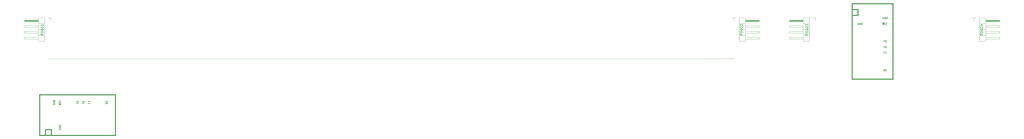
<source format=gbr>
G04 #@! TF.GenerationSoftware,KiCad,Pcbnew,(5.1.4)-1*
G04 #@! TF.CreationDate,2021-01-04T02:25:34-06:00*
G04 #@! TF.ProjectId,65Numpad,36354e75-6d70-4616-942e-6b696361645f,rev?*
G04 #@! TF.SameCoordinates,Original*
G04 #@! TF.FileFunction,Legend,Top*
G04 #@! TF.FilePolarity,Positive*
%FSLAX46Y46*%
G04 Gerber Fmt 4.6, Leading zero omitted, Abs format (unit mm)*
G04 Created by KiCad (PCBNEW (5.1.4)-1) date 2021-01-04 02:25:34*
%MOMM*%
%LPD*%
G04 APERTURE LIST*
%ADD10C,0.120000*%
%ADD11C,0.381000*%
%ADD12C,0.150000*%
G04 APERTURE END LIST*
D10*
X-1587500Y-72231250D02*
X297656250Y-72231250D01*
X330347500Y-54232500D02*
X330347500Y-64512500D01*
X330347500Y-64512500D02*
X327687500Y-64512500D01*
X327687500Y-64512500D02*
X327687500Y-54232500D01*
X327687500Y-54232500D02*
X330347500Y-54232500D01*
X327687500Y-55182500D02*
X321687500Y-55182500D01*
X321687500Y-55182500D02*
X321687500Y-55942500D01*
X321687500Y-55942500D02*
X327687500Y-55942500D01*
X327687500Y-55242500D02*
X321687500Y-55242500D01*
X327687500Y-55362500D02*
X321687500Y-55362500D01*
X327687500Y-55482500D02*
X321687500Y-55482500D01*
X327687500Y-55602500D02*
X321687500Y-55602500D01*
X327687500Y-55722500D02*
X321687500Y-55722500D01*
X327687500Y-55842500D02*
X321687500Y-55842500D01*
X330677500Y-55182500D02*
X330347500Y-55182500D01*
X330677500Y-55942500D02*
X330347500Y-55942500D01*
X330347500Y-56832500D02*
X327687500Y-56832500D01*
X327687500Y-57722500D02*
X321687500Y-57722500D01*
X321687500Y-57722500D02*
X321687500Y-58482500D01*
X321687500Y-58482500D02*
X327687500Y-58482500D01*
X330744571Y-57722500D02*
X330347500Y-57722500D01*
X330744571Y-58482500D02*
X330347500Y-58482500D01*
X330347500Y-59372500D02*
X327687500Y-59372500D01*
X327687500Y-60262500D02*
X321687500Y-60262500D01*
X321687500Y-60262500D02*
X321687500Y-61022500D01*
X321687500Y-61022500D02*
X327687500Y-61022500D01*
X330744571Y-60262500D02*
X330347500Y-60262500D01*
X330744571Y-61022500D02*
X330347500Y-61022500D01*
X330347500Y-61912500D02*
X327687500Y-61912500D01*
X327687500Y-62802500D02*
X321687500Y-62802500D01*
X321687500Y-62802500D02*
X321687500Y-63562500D01*
X321687500Y-63562500D02*
X327687500Y-63562500D01*
X330744571Y-62802500D02*
X330347500Y-62802500D01*
X330744571Y-63562500D02*
X330347500Y-63562500D01*
X333057500Y-55562500D02*
X333057500Y-54292500D01*
X333057500Y-54292500D02*
X331787500Y-54292500D01*
X-3027500Y-54232500D02*
X-3027500Y-64512500D01*
X-3027500Y-64512500D02*
X-5687500Y-64512500D01*
X-5687500Y-64512500D02*
X-5687500Y-54232500D01*
X-5687500Y-54232500D02*
X-3027500Y-54232500D01*
X-5687500Y-55182500D02*
X-11687500Y-55182500D01*
X-11687500Y-55182500D02*
X-11687500Y-55942500D01*
X-11687500Y-55942500D02*
X-5687500Y-55942500D01*
X-5687500Y-55242500D02*
X-11687500Y-55242500D01*
X-5687500Y-55362500D02*
X-11687500Y-55362500D01*
X-5687500Y-55482500D02*
X-11687500Y-55482500D01*
X-5687500Y-55602500D02*
X-11687500Y-55602500D01*
X-5687500Y-55722500D02*
X-11687500Y-55722500D01*
X-5687500Y-55842500D02*
X-11687500Y-55842500D01*
X-2697500Y-55182500D02*
X-3027500Y-55182500D01*
X-2697500Y-55942500D02*
X-3027500Y-55942500D01*
X-3027500Y-56832500D02*
X-5687500Y-56832500D01*
X-5687500Y-57722500D02*
X-11687500Y-57722500D01*
X-11687500Y-57722500D02*
X-11687500Y-58482500D01*
X-11687500Y-58482500D02*
X-5687500Y-58482500D01*
X-2630429Y-57722500D02*
X-3027500Y-57722500D01*
X-2630429Y-58482500D02*
X-3027500Y-58482500D01*
X-3027500Y-59372500D02*
X-5687500Y-59372500D01*
X-5687500Y-60262500D02*
X-11687500Y-60262500D01*
X-11687500Y-60262500D02*
X-11687500Y-61022500D01*
X-11687500Y-61022500D02*
X-5687500Y-61022500D01*
X-2630429Y-60262500D02*
X-3027500Y-60262500D01*
X-2630429Y-61022500D02*
X-3027500Y-61022500D01*
X-3027500Y-61912500D02*
X-5687500Y-61912500D01*
X-5687500Y-62802500D02*
X-11687500Y-62802500D01*
X-11687500Y-62802500D02*
X-11687500Y-63562500D01*
X-11687500Y-63562500D02*
X-5687500Y-63562500D01*
X-2630429Y-62802500D02*
X-3027500Y-62802500D01*
X-2630429Y-63562500D02*
X-3027500Y-63562500D01*
X-317500Y-55562500D02*
X-317500Y-54292500D01*
X-317500Y-54292500D02*
X-1587500Y-54292500D01*
X404665000Y-54232500D02*
X404665000Y-64512500D01*
X404665000Y-64512500D02*
X407325000Y-64512500D01*
X407325000Y-64512500D02*
X407325000Y-54232500D01*
X407325000Y-54232500D02*
X404665000Y-54232500D01*
X407325000Y-55182500D02*
X413325000Y-55182500D01*
X413325000Y-55182500D02*
X413325000Y-55942500D01*
X413325000Y-55942500D02*
X407325000Y-55942500D01*
X407325000Y-55242500D02*
X413325000Y-55242500D01*
X407325000Y-55362500D02*
X413325000Y-55362500D01*
X407325000Y-55482500D02*
X413325000Y-55482500D01*
X407325000Y-55602500D02*
X413325000Y-55602500D01*
X407325000Y-55722500D02*
X413325000Y-55722500D01*
X407325000Y-55842500D02*
X413325000Y-55842500D01*
X404335000Y-55182500D02*
X404665000Y-55182500D01*
X404335000Y-55942500D02*
X404665000Y-55942500D01*
X404665000Y-56832500D02*
X407325000Y-56832500D01*
X407325000Y-57722500D02*
X413325000Y-57722500D01*
X413325000Y-57722500D02*
X413325000Y-58482500D01*
X413325000Y-58482500D02*
X407325000Y-58482500D01*
X404267929Y-57722500D02*
X404665000Y-57722500D01*
X404267929Y-58482500D02*
X404665000Y-58482500D01*
X404665000Y-59372500D02*
X407325000Y-59372500D01*
X407325000Y-60262500D02*
X413325000Y-60262500D01*
X413325000Y-60262500D02*
X413325000Y-61022500D01*
X413325000Y-61022500D02*
X407325000Y-61022500D01*
X404267929Y-60262500D02*
X404665000Y-60262500D01*
X404267929Y-61022500D02*
X404665000Y-61022500D01*
X404665000Y-61912500D02*
X407325000Y-61912500D01*
X407325000Y-62802500D02*
X413325000Y-62802500D01*
X413325000Y-62802500D02*
X413325000Y-63562500D01*
X413325000Y-63562500D02*
X407325000Y-63562500D01*
X404267929Y-62802500D02*
X404665000Y-62802500D01*
X404267929Y-63562500D02*
X404665000Y-63562500D01*
X401955000Y-55562500D02*
X401955000Y-54292500D01*
X401955000Y-54292500D02*
X403225000Y-54292500D01*
D11*
X351631250Y-50641250D02*
X349091250Y-50641250D01*
X349091250Y-48101250D02*
X349091250Y-50641250D01*
X366871250Y-48101250D02*
X349091250Y-48101250D01*
X366871250Y-50641250D02*
X366871250Y-48101250D01*
D12*
G36*
X362912818Y-57120610D02*
G01*
X362912818Y-57320610D01*
X362812818Y-57320610D01*
X362812818Y-57120610D01*
X362912818Y-57120610D01*
G37*
X362912818Y-57120610D02*
X362912818Y-57320610D01*
X362812818Y-57320610D01*
X362812818Y-57120610D01*
X362912818Y-57120610D01*
G36*
X362512818Y-56520610D02*
G01*
X362512818Y-57320610D01*
X362412818Y-57320610D01*
X362412818Y-56520610D01*
X362512818Y-56520610D01*
G37*
X362512818Y-56520610D02*
X362512818Y-57320610D01*
X362412818Y-57320610D01*
X362412818Y-56520610D01*
X362512818Y-56520610D01*
G36*
X362912818Y-56520610D02*
G01*
X362912818Y-56620610D01*
X362412818Y-56620610D01*
X362412818Y-56520610D01*
X362912818Y-56520610D01*
G37*
X362912818Y-56520610D02*
X362912818Y-56620610D01*
X362412818Y-56620610D01*
X362412818Y-56520610D01*
X362912818Y-56520610D01*
G36*
X362712818Y-56920610D02*
G01*
X362712818Y-57020610D01*
X362612818Y-57020610D01*
X362612818Y-56920610D01*
X362712818Y-56920610D01*
G37*
X362712818Y-56920610D02*
X362712818Y-57020610D01*
X362612818Y-57020610D01*
X362612818Y-56920610D01*
X362712818Y-56920610D01*
G36*
X362912818Y-56520610D02*
G01*
X362912818Y-56820610D01*
X362812818Y-56820610D01*
X362812818Y-56520610D01*
X362912818Y-56520610D01*
G37*
X362912818Y-56520610D02*
X362912818Y-56820610D01*
X362812818Y-56820610D01*
X362812818Y-56520610D01*
X362912818Y-56520610D01*
D11*
X351631250Y-53181250D02*
X349091250Y-53181250D01*
X351631250Y-50641250D02*
X351631250Y-53181250D01*
X366871250Y-81121250D02*
X366871250Y-50641250D01*
X349091250Y-81121250D02*
X366871250Y-81121250D01*
X349091250Y-50641250D02*
X349091250Y-81121250D01*
X-2540000Y-103187500D02*
X-2540000Y-105727500D01*
X-5080000Y-105727500D02*
X-2540000Y-105727500D01*
X-5080000Y-87947500D02*
X-5080000Y-105727500D01*
X-2540000Y-87947500D02*
X-5080000Y-87947500D01*
D12*
G36*
X3939360Y-91905932D02*
G01*
X4139360Y-91905932D01*
X4139360Y-92005932D01*
X3939360Y-92005932D01*
X3939360Y-91905932D01*
G37*
X3939360Y-91905932D02*
X4139360Y-91905932D01*
X4139360Y-92005932D01*
X3939360Y-92005932D01*
X3939360Y-91905932D01*
G36*
X3339360Y-92305932D02*
G01*
X4139360Y-92305932D01*
X4139360Y-92405932D01*
X3339360Y-92405932D01*
X3339360Y-92305932D01*
G37*
X3339360Y-92305932D02*
X4139360Y-92305932D01*
X4139360Y-92405932D01*
X3339360Y-92405932D01*
X3339360Y-92305932D01*
G36*
X3339360Y-91905932D02*
G01*
X3439360Y-91905932D01*
X3439360Y-92405932D01*
X3339360Y-92405932D01*
X3339360Y-91905932D01*
G37*
X3339360Y-91905932D02*
X3439360Y-91905932D01*
X3439360Y-92405932D01*
X3339360Y-92405932D01*
X3339360Y-91905932D01*
G36*
X3739360Y-92105932D02*
G01*
X3839360Y-92105932D01*
X3839360Y-92205932D01*
X3739360Y-92205932D01*
X3739360Y-92105932D01*
G37*
X3739360Y-92105932D02*
X3839360Y-92105932D01*
X3839360Y-92205932D01*
X3739360Y-92205932D01*
X3739360Y-92105932D01*
G36*
X3339360Y-91905932D02*
G01*
X3639360Y-91905932D01*
X3639360Y-92005932D01*
X3339360Y-92005932D01*
X3339360Y-91905932D01*
G37*
X3339360Y-91905932D02*
X3639360Y-91905932D01*
X3639360Y-92005932D01*
X3339360Y-92005932D01*
X3339360Y-91905932D01*
D11*
X0Y-103187500D02*
X0Y-105727500D01*
X-2540000Y-103187500D02*
X0Y-103187500D01*
X27940000Y-87947500D02*
X-2540000Y-87947500D01*
X27940000Y-105727500D02*
X27940000Y-87947500D01*
X-2540000Y-105727500D02*
X27940000Y-105727500D01*
D10*
X299890000Y-54232500D02*
X299890000Y-64512500D01*
X299890000Y-64512500D02*
X302550000Y-64512500D01*
X302550000Y-64512500D02*
X302550000Y-54232500D01*
X302550000Y-54232500D02*
X299890000Y-54232500D01*
X302550000Y-55182500D02*
X308550000Y-55182500D01*
X308550000Y-55182500D02*
X308550000Y-55942500D01*
X308550000Y-55942500D02*
X302550000Y-55942500D01*
X302550000Y-55242500D02*
X308550000Y-55242500D01*
X302550000Y-55362500D02*
X308550000Y-55362500D01*
X302550000Y-55482500D02*
X308550000Y-55482500D01*
X302550000Y-55602500D02*
X308550000Y-55602500D01*
X302550000Y-55722500D02*
X308550000Y-55722500D01*
X302550000Y-55842500D02*
X308550000Y-55842500D01*
X299560000Y-55182500D02*
X299890000Y-55182500D01*
X299560000Y-55942500D02*
X299890000Y-55942500D01*
X299890000Y-56832500D02*
X302550000Y-56832500D01*
X302550000Y-57722500D02*
X308550000Y-57722500D01*
X308550000Y-57722500D02*
X308550000Y-58482500D01*
X308550000Y-58482500D02*
X302550000Y-58482500D01*
X299492929Y-57722500D02*
X299890000Y-57722500D01*
X299492929Y-58482500D02*
X299890000Y-58482500D01*
X299890000Y-59372500D02*
X302550000Y-59372500D01*
X302550000Y-60262500D02*
X308550000Y-60262500D01*
X308550000Y-60262500D02*
X308550000Y-61022500D01*
X308550000Y-61022500D02*
X302550000Y-61022500D01*
X299492929Y-60262500D02*
X299890000Y-60262500D01*
X299492929Y-61022500D02*
X299890000Y-61022500D01*
X299890000Y-61912500D02*
X302550000Y-61912500D01*
X302550000Y-62802500D02*
X308550000Y-62802500D01*
X308550000Y-62802500D02*
X308550000Y-63562500D01*
X308550000Y-63562500D02*
X302550000Y-63562500D01*
X299492929Y-62802500D02*
X299890000Y-62802500D01*
X299492929Y-63562500D02*
X299890000Y-63562500D01*
X297180000Y-55562500D02*
X297180000Y-54292500D01*
X297180000Y-54292500D02*
X298450000Y-54292500D01*
D12*
X329858630Y-61816964D02*
X328858630Y-61816964D01*
X328858630Y-61436011D01*
X328906250Y-61340773D01*
X328953869Y-61293154D01*
X329049107Y-61245535D01*
X329191964Y-61245535D01*
X329287202Y-61293154D01*
X329334821Y-61340773D01*
X329382440Y-61436011D01*
X329382440Y-61816964D01*
X328858630Y-60626488D02*
X328858630Y-60436011D01*
X328906250Y-60340773D01*
X329001488Y-60245535D01*
X329191964Y-60197916D01*
X329525297Y-60197916D01*
X329715773Y-60245535D01*
X329811011Y-60340773D01*
X329858630Y-60436011D01*
X329858630Y-60626488D01*
X329811011Y-60721726D01*
X329715773Y-60816964D01*
X329525297Y-60864583D01*
X329191964Y-60864583D01*
X329001488Y-60816964D01*
X328906250Y-60721726D01*
X328858630Y-60626488D01*
X328906250Y-59245535D02*
X328858630Y-59340773D01*
X328858630Y-59483630D01*
X328906250Y-59626488D01*
X329001488Y-59721726D01*
X329096726Y-59769345D01*
X329287202Y-59816964D01*
X329430059Y-59816964D01*
X329620535Y-59769345D01*
X329715773Y-59721726D01*
X329811011Y-59626488D01*
X329858630Y-59483630D01*
X329858630Y-59388392D01*
X329811011Y-59245535D01*
X329763392Y-59197916D01*
X329430059Y-59197916D01*
X329430059Y-59388392D01*
X328858630Y-58578869D02*
X328858630Y-58388392D01*
X328906250Y-58293154D01*
X329001488Y-58197916D01*
X329191964Y-58150297D01*
X329525297Y-58150297D01*
X329715773Y-58197916D01*
X329811011Y-58293154D01*
X329858630Y-58388392D01*
X329858630Y-58578869D01*
X329811011Y-58674107D01*
X329715773Y-58769345D01*
X329525297Y-58816964D01*
X329191964Y-58816964D01*
X329001488Y-58769345D01*
X328906250Y-58674107D01*
X328858630Y-58578869D01*
X328858630Y-57816964D02*
X328858630Y-57197916D01*
X329239583Y-57531250D01*
X329239583Y-57388392D01*
X329287202Y-57293154D01*
X329334821Y-57245535D01*
X329430059Y-57197916D01*
X329668154Y-57197916D01*
X329763392Y-57245535D01*
X329811011Y-57293154D01*
X329858630Y-57388392D01*
X329858630Y-57674107D01*
X329811011Y-57769345D01*
X329763392Y-57816964D01*
X-3516369Y-61816964D02*
X-4516369Y-61816964D01*
X-4516369Y-61436011D01*
X-4468750Y-61340773D01*
X-4421130Y-61293154D01*
X-4325892Y-61245535D01*
X-4183035Y-61245535D01*
X-4087797Y-61293154D01*
X-4040178Y-61340773D01*
X-3992559Y-61436011D01*
X-3992559Y-61816964D01*
X-4516369Y-60626488D02*
X-4516369Y-60436011D01*
X-4468750Y-60340773D01*
X-4373511Y-60245535D01*
X-4183035Y-60197916D01*
X-3849702Y-60197916D01*
X-3659226Y-60245535D01*
X-3563988Y-60340773D01*
X-3516369Y-60436011D01*
X-3516369Y-60626488D01*
X-3563988Y-60721726D01*
X-3659226Y-60816964D01*
X-3849702Y-60864583D01*
X-4183035Y-60864583D01*
X-4373511Y-60816964D01*
X-4468750Y-60721726D01*
X-4516369Y-60626488D01*
X-4468750Y-59245535D02*
X-4516369Y-59340773D01*
X-4516369Y-59483630D01*
X-4468750Y-59626488D01*
X-4373511Y-59721726D01*
X-4278273Y-59769345D01*
X-4087797Y-59816964D01*
X-3944940Y-59816964D01*
X-3754464Y-59769345D01*
X-3659226Y-59721726D01*
X-3563988Y-59626488D01*
X-3516369Y-59483630D01*
X-3516369Y-59388392D01*
X-3563988Y-59245535D01*
X-3611607Y-59197916D01*
X-3944940Y-59197916D01*
X-3944940Y-59388392D01*
X-4516369Y-58578869D02*
X-4516369Y-58388392D01*
X-4468750Y-58293154D01*
X-4373511Y-58197916D01*
X-4183035Y-58150297D01*
X-3849702Y-58150297D01*
X-3659226Y-58197916D01*
X-3563988Y-58293154D01*
X-3516369Y-58388392D01*
X-3516369Y-58578869D01*
X-3563988Y-58674107D01*
X-3659226Y-58769345D01*
X-3849702Y-58816964D01*
X-4183035Y-58816964D01*
X-4373511Y-58769345D01*
X-4468750Y-58674107D01*
X-4516369Y-58578869D01*
X-3516369Y-57197916D02*
X-3516369Y-57769345D01*
X-3516369Y-57483630D02*
X-4516369Y-57483630D01*
X-4373511Y-57578869D01*
X-4278273Y-57674107D01*
X-4230654Y-57769345D01*
X406058630Y-61816964D02*
X405058630Y-61816964D01*
X405058630Y-61436011D01*
X405106250Y-61340773D01*
X405153869Y-61293154D01*
X405249107Y-61245535D01*
X405391964Y-61245535D01*
X405487202Y-61293154D01*
X405534821Y-61340773D01*
X405582440Y-61436011D01*
X405582440Y-61816964D01*
X405058630Y-60626488D02*
X405058630Y-60436011D01*
X405106250Y-60340773D01*
X405201488Y-60245535D01*
X405391964Y-60197916D01*
X405725297Y-60197916D01*
X405915773Y-60245535D01*
X406011011Y-60340773D01*
X406058630Y-60436011D01*
X406058630Y-60626488D01*
X406011011Y-60721726D01*
X405915773Y-60816964D01*
X405725297Y-60864583D01*
X405391964Y-60864583D01*
X405201488Y-60816964D01*
X405106250Y-60721726D01*
X405058630Y-60626488D01*
X405106250Y-59245535D02*
X405058630Y-59340773D01*
X405058630Y-59483630D01*
X405106250Y-59626488D01*
X405201488Y-59721726D01*
X405296726Y-59769345D01*
X405487202Y-59816964D01*
X405630059Y-59816964D01*
X405820535Y-59769345D01*
X405915773Y-59721726D01*
X406011011Y-59626488D01*
X406058630Y-59483630D01*
X406058630Y-59388392D01*
X406011011Y-59245535D01*
X405963392Y-59197916D01*
X405630059Y-59197916D01*
X405630059Y-59388392D01*
X405058630Y-58578869D02*
X405058630Y-58388392D01*
X405106250Y-58293154D01*
X405201488Y-58197916D01*
X405391964Y-58150297D01*
X405725297Y-58150297D01*
X405915773Y-58197916D01*
X406011011Y-58293154D01*
X406058630Y-58388392D01*
X406058630Y-58578869D01*
X406011011Y-58674107D01*
X405915773Y-58769345D01*
X405725297Y-58816964D01*
X405391964Y-58816964D01*
X405201488Y-58769345D01*
X405106250Y-58674107D01*
X405058630Y-58578869D01*
X405391964Y-57293154D02*
X406058630Y-57293154D01*
X405011011Y-57531250D02*
X405725297Y-57769345D01*
X405725297Y-57150297D01*
X363181036Y-57285059D02*
X363295322Y-57323154D01*
X363485798Y-57323154D01*
X363561989Y-57285059D01*
X363600084Y-57246964D01*
X363638179Y-57170773D01*
X363638179Y-57094583D01*
X363600084Y-57018392D01*
X363561989Y-56980297D01*
X363485798Y-56942202D01*
X363333417Y-56904107D01*
X363257227Y-56866011D01*
X363219131Y-56827916D01*
X363181036Y-56751726D01*
X363181036Y-56675535D01*
X363219131Y-56599345D01*
X363257227Y-56561250D01*
X363333417Y-56523154D01*
X363523893Y-56523154D01*
X363638179Y-56561250D01*
X363866750Y-56523154D02*
X364323893Y-56523154D01*
X364095322Y-57323154D02*
X364095322Y-56523154D01*
X351910726Y-56591250D02*
X351834535Y-56553154D01*
X351720250Y-56553154D01*
X351605964Y-56591250D01*
X351529773Y-56667440D01*
X351491678Y-56743630D01*
X351453583Y-56896011D01*
X351453583Y-57010297D01*
X351491678Y-57162678D01*
X351529773Y-57238869D01*
X351605964Y-57315059D01*
X351720250Y-57353154D01*
X351796440Y-57353154D01*
X351910726Y-57315059D01*
X351948821Y-57276964D01*
X351948821Y-57010297D01*
X351796440Y-57010297D01*
X352291678Y-57353154D02*
X352291678Y-56553154D01*
X352748821Y-57353154D01*
X352748821Y-56553154D01*
X353129773Y-57353154D02*
X353129773Y-56553154D01*
X353320250Y-56553154D01*
X353434535Y-56591250D01*
X353510726Y-56667440D01*
X353548821Y-56743630D01*
X353586916Y-56896011D01*
X353586916Y-57010297D01*
X353548821Y-57162678D01*
X353510726Y-57238869D01*
X353434535Y-57315059D01*
X353320250Y-57353154D01*
X353129773Y-57353154D01*
X363118440Y-77254107D02*
X363232726Y-77292202D01*
X363270821Y-77330297D01*
X363308916Y-77406488D01*
X363308916Y-77520773D01*
X363270821Y-77596964D01*
X363232726Y-77635059D01*
X363156535Y-77673154D01*
X362851773Y-77673154D01*
X362851773Y-76873154D01*
X363118440Y-76873154D01*
X363194630Y-76911250D01*
X363232726Y-76949345D01*
X363270821Y-77025535D01*
X363270821Y-77101726D01*
X363232726Y-77177916D01*
X363194630Y-77216011D01*
X363118440Y-77254107D01*
X362851773Y-77254107D01*
X363613678Y-76949345D02*
X363651773Y-76911250D01*
X363727964Y-76873154D01*
X363918440Y-76873154D01*
X363994630Y-76911250D01*
X364032726Y-76949345D01*
X364070821Y-77025535D01*
X364070821Y-77101726D01*
X364032726Y-77216011D01*
X363575583Y-77673154D01*
X364070821Y-77673154D01*
X363175583Y-69634107D02*
X362908916Y-69634107D01*
X362908916Y-70053154D02*
X362908916Y-69253154D01*
X363289869Y-69253154D01*
X363518440Y-69253154D02*
X364051773Y-69253154D01*
X363708916Y-70053154D01*
X363175583Y-67094107D02*
X362908916Y-67094107D01*
X362908916Y-67513154D02*
X362908916Y-66713154D01*
X363289869Y-66713154D01*
X363937488Y-66713154D02*
X363785107Y-66713154D01*
X363708916Y-66751250D01*
X363670821Y-66789345D01*
X363594630Y-66903630D01*
X363556535Y-67056011D01*
X363556535Y-67360773D01*
X363594630Y-67436964D01*
X363632726Y-67475059D01*
X363708916Y-67513154D01*
X363861297Y-67513154D01*
X363937488Y-67475059D01*
X363975583Y-67436964D01*
X364013678Y-67360773D01*
X364013678Y-67170297D01*
X363975583Y-67094107D01*
X363937488Y-67056011D01*
X363861297Y-67017916D01*
X363708916Y-67017916D01*
X363632726Y-67056011D01*
X363594630Y-67094107D01*
X363556535Y-67170297D01*
X363175583Y-64554107D02*
X362908916Y-64554107D01*
X362908916Y-64973154D02*
X362908916Y-64173154D01*
X363289869Y-64173154D01*
X363975583Y-64173154D02*
X363594630Y-64173154D01*
X363556535Y-64554107D01*
X363594630Y-64516011D01*
X363670821Y-64477916D01*
X363861297Y-64477916D01*
X363937488Y-64516011D01*
X363975583Y-64554107D01*
X364013678Y-64630297D01*
X364013678Y-64820773D01*
X363975583Y-64896964D01*
X363937488Y-64935059D01*
X363861297Y-64973154D01*
X363670821Y-64973154D01*
X363594630Y-64935059D01*
X363556535Y-64896964D01*
X363181036Y-57285059D02*
X363295322Y-57323154D01*
X363485798Y-57323154D01*
X363561989Y-57285059D01*
X363600084Y-57246964D01*
X363638179Y-57170773D01*
X363638179Y-57094583D01*
X363600084Y-57018392D01*
X363561989Y-56980297D01*
X363485798Y-56942202D01*
X363333417Y-56904107D01*
X363257227Y-56866011D01*
X363219131Y-56827916D01*
X363181036Y-56751726D01*
X363181036Y-56675535D01*
X363219131Y-56599345D01*
X363257227Y-56561250D01*
X363333417Y-56523154D01*
X363523893Y-56523154D01*
X363638179Y-56561250D01*
X363866750Y-56523154D02*
X364323893Y-56523154D01*
X364095322Y-57323154D02*
X364095322Y-56523154D01*
X362832726Y-54051250D02*
X362756535Y-54013154D01*
X362642250Y-54013154D01*
X362527964Y-54051250D01*
X362451773Y-54127440D01*
X362413678Y-54203630D01*
X362375583Y-54356011D01*
X362375583Y-54470297D01*
X362413678Y-54622678D01*
X362451773Y-54698869D01*
X362527964Y-54775059D01*
X362642250Y-54813154D01*
X362718440Y-54813154D01*
X362832726Y-54775059D01*
X362870821Y-54736964D01*
X362870821Y-54470297D01*
X362718440Y-54470297D01*
X363213678Y-54813154D02*
X363213678Y-54013154D01*
X363670821Y-54813154D01*
X363670821Y-54013154D01*
X364051773Y-54813154D02*
X364051773Y-54013154D01*
X364242250Y-54013154D01*
X364356535Y-54051250D01*
X364432726Y-54127440D01*
X364470821Y-54203630D01*
X364508916Y-54356011D01*
X364508916Y-54470297D01*
X364470821Y-54622678D01*
X364432726Y-54698869D01*
X364356535Y-54775059D01*
X364242250Y-54813154D01*
X364051773Y-54813154D01*
X363175583Y-64554107D02*
X362908916Y-64554107D01*
X362908916Y-64973154D02*
X362908916Y-64173154D01*
X363289869Y-64173154D01*
X363975583Y-64173154D02*
X363594630Y-64173154D01*
X363556535Y-64554107D01*
X363594630Y-64516011D01*
X363670821Y-64477916D01*
X363861297Y-64477916D01*
X363937488Y-64516011D01*
X363975583Y-64554107D01*
X364013678Y-64630297D01*
X364013678Y-64820773D01*
X363975583Y-64896964D01*
X363937488Y-64935059D01*
X363861297Y-64973154D01*
X363670821Y-64973154D01*
X363594630Y-64935059D01*
X363556535Y-64896964D01*
X363175583Y-67094107D02*
X362908916Y-67094107D01*
X362908916Y-67513154D02*
X362908916Y-66713154D01*
X363289869Y-66713154D01*
X363937488Y-66713154D02*
X363785107Y-66713154D01*
X363708916Y-66751250D01*
X363670821Y-66789345D01*
X363594630Y-66903630D01*
X363556535Y-67056011D01*
X363556535Y-67360773D01*
X363594630Y-67436964D01*
X363632726Y-67475059D01*
X363708916Y-67513154D01*
X363861297Y-67513154D01*
X363937488Y-67475059D01*
X363975583Y-67436964D01*
X364013678Y-67360773D01*
X364013678Y-67170297D01*
X363975583Y-67094107D01*
X363937488Y-67056011D01*
X363861297Y-67017916D01*
X363708916Y-67017916D01*
X363632726Y-67056011D01*
X363594630Y-67094107D01*
X363556535Y-67170297D01*
X363175583Y-69634107D02*
X362908916Y-69634107D01*
X362908916Y-70053154D02*
X362908916Y-69253154D01*
X363289869Y-69253154D01*
X363518440Y-69253154D02*
X364051773Y-69253154D01*
X363708916Y-70053154D01*
X363118440Y-77254107D02*
X363232726Y-77292202D01*
X363270821Y-77330297D01*
X363308916Y-77406488D01*
X363308916Y-77520773D01*
X363270821Y-77596964D01*
X363232726Y-77635059D01*
X363156535Y-77673154D01*
X362851773Y-77673154D01*
X362851773Y-76873154D01*
X363118440Y-76873154D01*
X363194630Y-76911250D01*
X363232726Y-76949345D01*
X363270821Y-77025535D01*
X363270821Y-77101726D01*
X363232726Y-77177916D01*
X363194630Y-77216011D01*
X363118440Y-77254107D01*
X362851773Y-77254107D01*
X363613678Y-76949345D02*
X363651773Y-76911250D01*
X363727964Y-76873154D01*
X363918440Y-76873154D01*
X363994630Y-76911250D01*
X364032726Y-76949345D01*
X364070821Y-77025535D01*
X364070821Y-77101726D01*
X364032726Y-77216011D01*
X363575583Y-77673154D01*
X364070821Y-77673154D01*
X4103809Y-91637713D02*
X4141904Y-91523427D01*
X4141904Y-91332951D01*
X4103809Y-91256760D01*
X4065714Y-91218665D01*
X3989523Y-91180570D01*
X3913333Y-91180570D01*
X3837142Y-91218665D01*
X3799047Y-91256760D01*
X3760952Y-91332951D01*
X3722857Y-91485332D01*
X3684761Y-91561522D01*
X3646666Y-91599618D01*
X3570476Y-91637713D01*
X3494285Y-91637713D01*
X3418095Y-91599618D01*
X3380000Y-91561522D01*
X3341904Y-91485332D01*
X3341904Y-91294856D01*
X3380000Y-91180570D01*
X3341904Y-90951999D02*
X3341904Y-90494856D01*
X4141904Y-90723427D02*
X3341904Y-90723427D01*
X3410000Y-102908023D02*
X3371904Y-102984214D01*
X3371904Y-103098500D01*
X3410000Y-103212785D01*
X3486190Y-103288976D01*
X3562380Y-103327071D01*
X3714761Y-103365166D01*
X3829047Y-103365166D01*
X3981428Y-103327071D01*
X4057619Y-103288976D01*
X4133809Y-103212785D01*
X4171904Y-103098500D01*
X4171904Y-103022309D01*
X4133809Y-102908023D01*
X4095714Y-102869928D01*
X3829047Y-102869928D01*
X3829047Y-103022309D01*
X4171904Y-102527071D02*
X3371904Y-102527071D01*
X4171904Y-102069928D01*
X3371904Y-102069928D01*
X4171904Y-101688976D02*
X3371904Y-101688976D01*
X3371904Y-101498500D01*
X3410000Y-101384214D01*
X3486190Y-101308023D01*
X3562380Y-101269928D01*
X3714761Y-101231833D01*
X3829047Y-101231833D01*
X3981428Y-101269928D01*
X4057619Y-101308023D01*
X4133809Y-101384214D01*
X4171904Y-101498500D01*
X4171904Y-101688976D01*
X24072857Y-91700309D02*
X24110952Y-91586023D01*
X24149047Y-91547928D01*
X24225238Y-91509833D01*
X24339523Y-91509833D01*
X24415714Y-91547928D01*
X24453809Y-91586023D01*
X24491904Y-91662214D01*
X24491904Y-91966976D01*
X23691904Y-91966976D01*
X23691904Y-91700309D01*
X23730000Y-91624119D01*
X23768095Y-91586023D01*
X23844285Y-91547928D01*
X23920476Y-91547928D01*
X23996666Y-91586023D01*
X24034761Y-91624119D01*
X24072857Y-91700309D01*
X24072857Y-91966976D01*
X23768095Y-91205071D02*
X23730000Y-91166976D01*
X23691904Y-91090785D01*
X23691904Y-90900309D01*
X23730000Y-90824119D01*
X23768095Y-90786023D01*
X23844285Y-90747928D01*
X23920476Y-90747928D01*
X24034761Y-90786023D01*
X24491904Y-91243166D01*
X24491904Y-90747928D01*
X16452857Y-91643166D02*
X16452857Y-91909833D01*
X16871904Y-91909833D02*
X16071904Y-91909833D01*
X16071904Y-91528880D01*
X16071904Y-91300309D02*
X16071904Y-90766976D01*
X16871904Y-91109833D01*
X13912857Y-91643166D02*
X13912857Y-91909833D01*
X14331904Y-91909833D02*
X13531904Y-91909833D01*
X13531904Y-91528880D01*
X13531904Y-90881261D02*
X13531904Y-91033642D01*
X13570000Y-91109833D01*
X13608095Y-91147928D01*
X13722380Y-91224119D01*
X13874761Y-91262214D01*
X14179523Y-91262214D01*
X14255714Y-91224119D01*
X14293809Y-91186023D01*
X14331904Y-91109833D01*
X14331904Y-90957452D01*
X14293809Y-90881261D01*
X14255714Y-90843166D01*
X14179523Y-90805071D01*
X13989047Y-90805071D01*
X13912857Y-90843166D01*
X13874761Y-90881261D01*
X13836666Y-90957452D01*
X13836666Y-91109833D01*
X13874761Y-91186023D01*
X13912857Y-91224119D01*
X13989047Y-91262214D01*
X11372857Y-91643166D02*
X11372857Y-91909833D01*
X11791904Y-91909833D02*
X10991904Y-91909833D01*
X10991904Y-91528880D01*
X10991904Y-90843166D02*
X10991904Y-91224119D01*
X11372857Y-91262214D01*
X11334761Y-91224119D01*
X11296666Y-91147928D01*
X11296666Y-90957452D01*
X11334761Y-90881261D01*
X11372857Y-90843166D01*
X11449047Y-90805071D01*
X11639523Y-90805071D01*
X11715714Y-90843166D01*
X11753809Y-90881261D01*
X11791904Y-90957452D01*
X11791904Y-91147928D01*
X11753809Y-91224119D01*
X11715714Y-91262214D01*
X4103809Y-91637713D02*
X4141904Y-91523427D01*
X4141904Y-91332951D01*
X4103809Y-91256760D01*
X4065714Y-91218665D01*
X3989523Y-91180570D01*
X3913333Y-91180570D01*
X3837142Y-91218665D01*
X3799047Y-91256760D01*
X3760952Y-91332951D01*
X3722857Y-91485332D01*
X3684761Y-91561522D01*
X3646666Y-91599618D01*
X3570476Y-91637713D01*
X3494285Y-91637713D01*
X3418095Y-91599618D01*
X3380000Y-91561522D01*
X3341904Y-91485332D01*
X3341904Y-91294856D01*
X3380000Y-91180570D01*
X3341904Y-90951999D02*
X3341904Y-90494856D01*
X4141904Y-90723427D02*
X3341904Y-90723427D01*
X870000Y-91986023D02*
X831904Y-92062214D01*
X831904Y-92176500D01*
X870000Y-92290785D01*
X946190Y-92366976D01*
X1022380Y-92405071D01*
X1174761Y-92443166D01*
X1289047Y-92443166D01*
X1441428Y-92405071D01*
X1517619Y-92366976D01*
X1593809Y-92290785D01*
X1631904Y-92176500D01*
X1631904Y-92100309D01*
X1593809Y-91986023D01*
X1555714Y-91947928D01*
X1289047Y-91947928D01*
X1289047Y-92100309D01*
X1631904Y-91605071D02*
X831904Y-91605071D01*
X1631904Y-91147928D01*
X831904Y-91147928D01*
X1631904Y-90766976D02*
X831904Y-90766976D01*
X831904Y-90576500D01*
X870000Y-90462214D01*
X946190Y-90386023D01*
X1022380Y-90347928D01*
X1174761Y-90309833D01*
X1289047Y-90309833D01*
X1441428Y-90347928D01*
X1517619Y-90386023D01*
X1593809Y-90462214D01*
X1631904Y-90576500D01*
X1631904Y-90766976D01*
X11372857Y-91643166D02*
X11372857Y-91909833D01*
X11791904Y-91909833D02*
X10991904Y-91909833D01*
X10991904Y-91528880D01*
X10991904Y-90843166D02*
X10991904Y-91224119D01*
X11372857Y-91262214D01*
X11334761Y-91224119D01*
X11296666Y-91147928D01*
X11296666Y-90957452D01*
X11334761Y-90881261D01*
X11372857Y-90843166D01*
X11449047Y-90805071D01*
X11639523Y-90805071D01*
X11715714Y-90843166D01*
X11753809Y-90881261D01*
X11791904Y-90957452D01*
X11791904Y-91147928D01*
X11753809Y-91224119D01*
X11715714Y-91262214D01*
X13912857Y-91643166D02*
X13912857Y-91909833D01*
X14331904Y-91909833D02*
X13531904Y-91909833D01*
X13531904Y-91528880D01*
X13531904Y-90881261D02*
X13531904Y-91033642D01*
X13570000Y-91109833D01*
X13608095Y-91147928D01*
X13722380Y-91224119D01*
X13874761Y-91262214D01*
X14179523Y-91262214D01*
X14255714Y-91224119D01*
X14293809Y-91186023D01*
X14331904Y-91109833D01*
X14331904Y-90957452D01*
X14293809Y-90881261D01*
X14255714Y-90843166D01*
X14179523Y-90805071D01*
X13989047Y-90805071D01*
X13912857Y-90843166D01*
X13874761Y-90881261D01*
X13836666Y-90957452D01*
X13836666Y-91109833D01*
X13874761Y-91186023D01*
X13912857Y-91224119D01*
X13989047Y-91262214D01*
X16452857Y-91643166D02*
X16452857Y-91909833D01*
X16871904Y-91909833D02*
X16071904Y-91909833D01*
X16071904Y-91528880D01*
X16071904Y-91300309D02*
X16071904Y-90766976D01*
X16871904Y-91109833D01*
X24072857Y-91700309D02*
X24110952Y-91586023D01*
X24149047Y-91547928D01*
X24225238Y-91509833D01*
X24339523Y-91509833D01*
X24415714Y-91547928D01*
X24453809Y-91586023D01*
X24491904Y-91662214D01*
X24491904Y-91966976D01*
X23691904Y-91966976D01*
X23691904Y-91700309D01*
X23730000Y-91624119D01*
X23768095Y-91586023D01*
X23844285Y-91547928D01*
X23920476Y-91547928D01*
X23996666Y-91586023D01*
X24034761Y-91624119D01*
X24072857Y-91700309D01*
X24072857Y-91966976D01*
X23768095Y-91205071D02*
X23730000Y-91166976D01*
X23691904Y-91090785D01*
X23691904Y-90900309D01*
X23730000Y-90824119D01*
X23768095Y-90786023D01*
X23844285Y-90747928D01*
X23920476Y-90747928D01*
X24034761Y-90786023D01*
X24491904Y-91243166D01*
X24491904Y-90747928D01*
X301283630Y-61816964D02*
X300283630Y-61816964D01*
X300283630Y-61436011D01*
X300331250Y-61340773D01*
X300378869Y-61293154D01*
X300474107Y-61245535D01*
X300616964Y-61245535D01*
X300712202Y-61293154D01*
X300759821Y-61340773D01*
X300807440Y-61436011D01*
X300807440Y-61816964D01*
X300283630Y-60626488D02*
X300283630Y-60436011D01*
X300331250Y-60340773D01*
X300426488Y-60245535D01*
X300616964Y-60197916D01*
X300950297Y-60197916D01*
X301140773Y-60245535D01*
X301236011Y-60340773D01*
X301283630Y-60436011D01*
X301283630Y-60626488D01*
X301236011Y-60721726D01*
X301140773Y-60816964D01*
X300950297Y-60864583D01*
X300616964Y-60864583D01*
X300426488Y-60816964D01*
X300331250Y-60721726D01*
X300283630Y-60626488D01*
X300331250Y-59245535D02*
X300283630Y-59340773D01*
X300283630Y-59483630D01*
X300331250Y-59626488D01*
X300426488Y-59721726D01*
X300521726Y-59769345D01*
X300712202Y-59816964D01*
X300855059Y-59816964D01*
X301045535Y-59769345D01*
X301140773Y-59721726D01*
X301236011Y-59626488D01*
X301283630Y-59483630D01*
X301283630Y-59388392D01*
X301236011Y-59245535D01*
X301188392Y-59197916D01*
X300855059Y-59197916D01*
X300855059Y-59388392D01*
X300283630Y-58578869D02*
X300283630Y-58388392D01*
X300331250Y-58293154D01*
X300426488Y-58197916D01*
X300616964Y-58150297D01*
X300950297Y-58150297D01*
X301140773Y-58197916D01*
X301236011Y-58293154D01*
X301283630Y-58388392D01*
X301283630Y-58578869D01*
X301236011Y-58674107D01*
X301140773Y-58769345D01*
X300950297Y-58816964D01*
X300616964Y-58816964D01*
X300426488Y-58769345D01*
X300331250Y-58674107D01*
X300283630Y-58578869D01*
X300378869Y-57769345D02*
X300331250Y-57721726D01*
X300283630Y-57626488D01*
X300283630Y-57388392D01*
X300331250Y-57293154D01*
X300378869Y-57245535D01*
X300474107Y-57197916D01*
X300569345Y-57197916D01*
X300712202Y-57245535D01*
X301283630Y-57816964D01*
X301283630Y-57197916D01*
M02*

</source>
